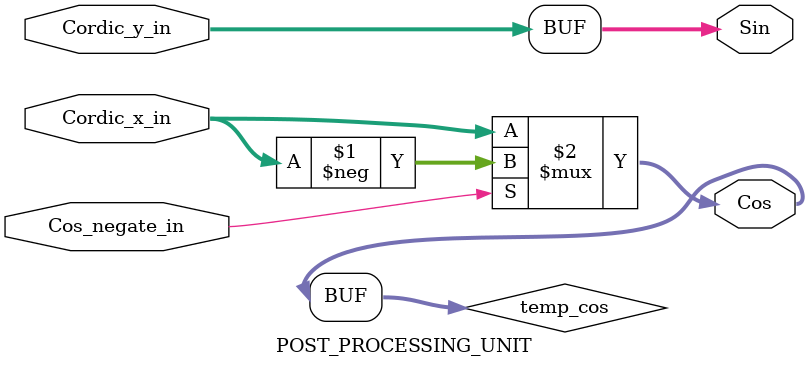
<source format=v>
module POST_PROCESSING_UNIT (
    input wire signed [15:0] Cordic_x_in,
    input wire signed [15:0] Cordic_y_in,
    input wire Cos_negate_in,
    output wire signed [15:0] Cos,
    output wire signed [15:0] Sin
);

    wire signed [15:0] temp_cos;

    assign temp_cos = (Cos_negate_in) ? -Cordic_x_in : Cordic_x_in;
    
    assign Cos = temp_cos;
    assign Sin = Cordic_y_in;

endmodule

</source>
